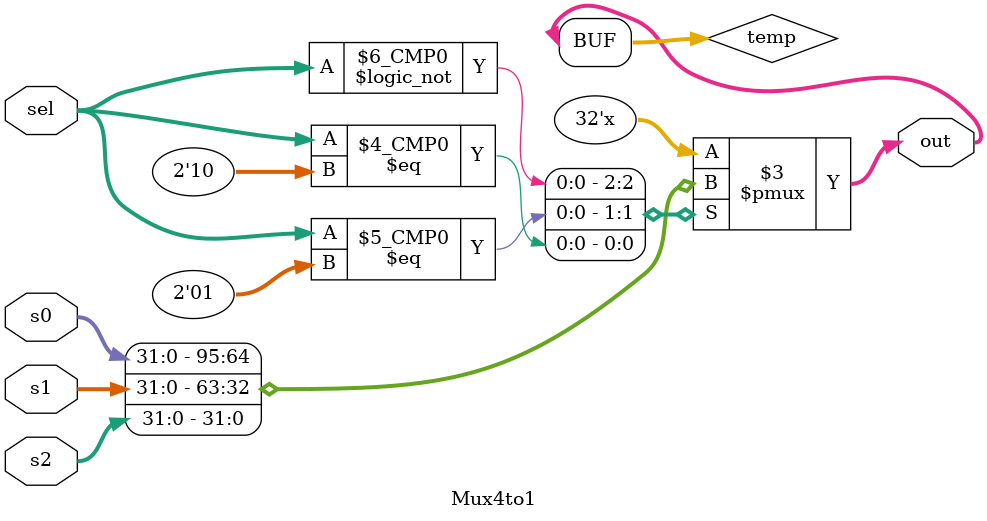
<source format=v>
module Mux4to1 #(
    parameter size = 32
) 
(
    input [1:0] sel,
    input signed [size-1:0] s0,
    input signed [size-1:0] s1,
    input signed [size-1:0] s2,
    output signed [size-1:0] out
);
    // TODO: implement your 2to1 multiplexer here

    reg signed [size-1:0] temp;

    always@ (*) begin
        case (sel)
            2'b00: temp = s0;
            2'b01: temp = s1;
            2'b10: temp = s2;
            default: temp = 32'bx;
        endcase
    end

    assign out = temp;
    
endmodule


</source>
